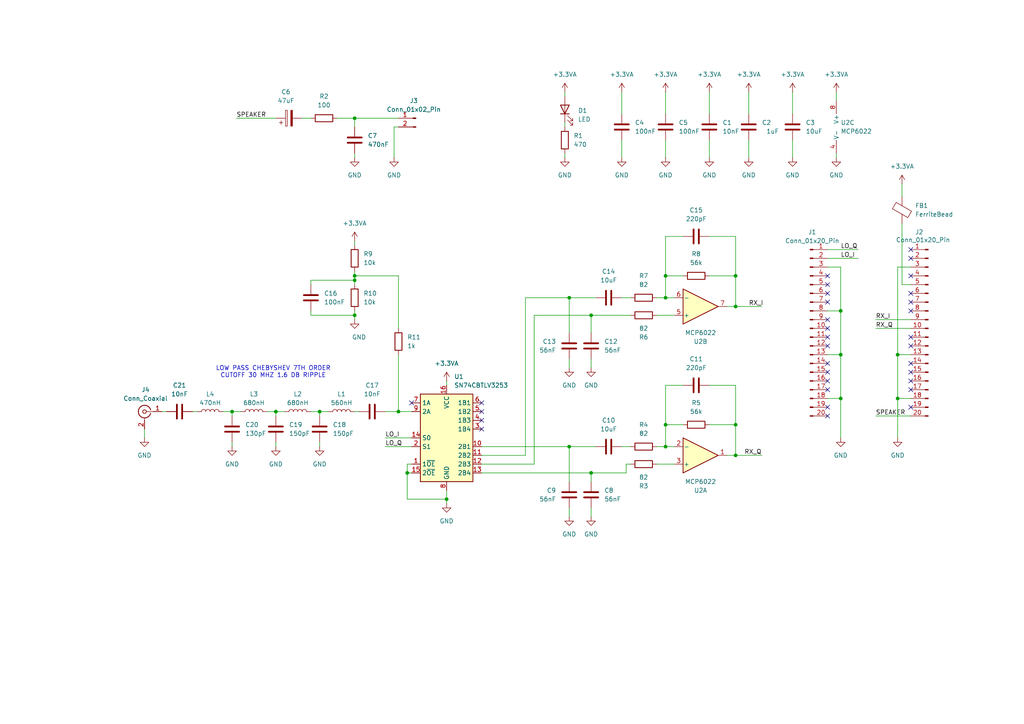
<source format=kicad_sch>
(kicad_sch (version 20231120) (generator "eeschema") (generator_version "8.0")
  (paper "A4")
  (lib_symbols
    (symbol "Amplifier_Operational:MCP6022" (pin_names (offset 0.127))
      (property "Reference" "U" (at 0 5.08 0))
      (property "Value" "MCP6022" (at 0 -5.08 0))
      (symbol "MCP6022_1_1"
        (polyline (pts (xy -5.08 5.08) (xy 5.08 0) (xy -5.08 -5.08) (xy -5.08 5.08)) (stroke (width 0.254)) (fill (type background)))
        (pin output line (at 7.62 0 180) (length 2.54) (name "~") (number "1"))
        (pin input line (at -7.62 -2.54 0) (length 2.54) (name "-") (number "2"))
        (pin input line (at -7.62 2.54 0) (length 2.54) (name "+") (number "3"))
      )
      (symbol "MCP6022_2_1"
        (polyline (pts (xy -5.08 5.08) (xy 5.08 0) (xy -5.08 -5.08) (xy -5.08 5.08)) (stroke (width 0.254)) (fill (type background)))
        (pin input line (at -7.62 2.54 0) (length 2.54) (name "+") (number "5"))
        (pin input line (at -7.62 -2.54 0) (length 2.54) (name "-") (number "6"))
        (pin output line (at 7.62 0 180) (length 2.54) (name "~") (number "7"))
      )
      (symbol "MCP6022_3_1"
        (pin power_in line (at -2.54 -7.62 90) (length 3.81) (name "V-") (number "4"))
        (pin power_in line (at -2.54 7.62 270) (length 3.81) (name "V+") (number "8"))
      )
    )
    (symbol "Analog_Switch:SN74CBT3253"
      (property "Reference" "U" (at -7.62 13.97 0))
      (property "Value" "SN74CBT3253" (at -11.43 -13.97 0))
      (symbol "SN74CBT3253_0_1"
        (rectangle (start -7.62 12.7) (end 7.62 -12.7) (stroke (width 0.254)) (fill (type background)))
        (rectangle (start 7.62 -12.7) (end 7.62 -12.7))
      )
      (symbol "SN74CBT3253_1_1"
        (pin input line (at -10.16 -7.62 0) (length 2.54) (name "1~{OE}") (number "1"))
        (pin bidirectional line (at 10.16 -2.54 180) (length 2.54) (name "2B1") (number "10"))
        (pin bidirectional line (at 10.16 -5.08 180) (length 2.54) (name "2B2") (number "11"))
        (pin bidirectional line (at 10.16 -7.62 180) (length 2.54) (name "2B3") (number "12"))
        (pin bidirectional line (at 10.16 -10.16 180) (length 2.54) (name "2B4") (number "13"))
        (pin input line (at -10.16 0 0) (length 2.54) (name "S0") (number "14"))
        (pin input line (at -10.16 -10.16 0) (length 2.54) (name "2~{OE}") (number "15"))
        (pin power_in line (at 0 15.24 270) (length 2.54) (name "VCC") (number "16"))
        (pin input line (at -10.16 -2.54 0) (length 2.54) (name "S1") (number "2"))
        (pin bidirectional line (at 10.16 2.54 180) (length 2.54) (name "1B4") (number "3"))
        (pin bidirectional line (at 10.16 5.08 180) (length 2.54) (name "1B3") (number "4"))
        (pin bidirectional line (at 10.16 7.62 180) (length 2.54) (name "1B2") (number "5"))
        (pin bidirectional line (at 10.16 10.16 180) (length 2.54) (name "1B1") (number "6"))
        (pin bidirectional line (at -10.16 10.16 0) (length 2.54) (name "1A") (number "7"))
        (pin power_in line (at 0 -15.24 90) (length 2.54) (name "GND") (number "8"))
        (pin bidirectional line (at -10.16 7.62 0) (length 2.54) (name "2A") (number "9"))
      )
    )
    (symbol "Connector:Conn_01x02_Pin" (pin_names (offset 1.016) hide)
      (property "Reference" "J" (at 0 2.54 0))
      (property "Value" "Conn_01x02_Pin" (at 0 -5.08 0))
      (symbol "Conn_01x02_Pin_1_1"
        (polyline (pts (xy 1.27 -2.54) (xy 0.8636 -2.54)) (stroke (width 0.1524)))
        (polyline (pts (xy 1.27 0) (xy 0.8636 0)) (stroke (width 0.1524)))
        (rectangle (start 0.8636 -2.413) (end 0 -2.667) (stroke (width 0.1524)) (fill (type outline)))
        (rectangle (start 0.8636 0.127) (end 0 -0.127) (stroke (width 0.1524)) (fill (type outline)))
        (pin passive line (at 5.08 0 180) (length 3.81) (name "Pin_1") (number "1"))
        (pin passive line (at 5.08 -2.54 180) (length 3.81) (name "Pin_2") (number "2"))
      )
    )
    (symbol "Connector:Conn_01x20_Pin" (pin_names (offset 1.016) hide)
      (property "Reference" "J" (at 0 25.4 0))
      (property "Value" "Conn_01x20_Pin" (at 0 -27.94 0))
      (symbol "Conn_01x20_Pin_1_1"
        (polyline (pts (xy 1.27 -25.4) (xy 0.8636 -25.4)) (stroke (width 0.1524)))
        (polyline (pts (xy 1.27 -22.86) (xy 0.8636 -22.86)) (stroke (width 0.1524)))
        (polyline (pts (xy 1.27 -20.32) (xy 0.8636 -20.32)) (stroke (width 0.1524)))
        (polyline (pts (xy 1.27 -17.78) (xy 0.8636 -17.78)) (stroke (width 0.1524)))
        (polyline (pts (xy 1.27 -15.24) (xy 0.8636 -15.24)) (stroke (width 0.1524)))
        (polyline (pts (xy 1.27 -12.7) (xy 0.8636 -12.7)) (stroke (width 0.1524)))
        (polyline (pts (xy 1.27 -10.16) (xy 0.8636 -10.16)) (stroke (width 0.1524)))
        (polyline (pts (xy 1.27 -7.62) (xy 0.8636 -7.62)) (stroke (width 0.1524)))
        (polyline (pts (xy 1.27 -5.08) (xy 0.8636 -5.08)) (stroke (width 0.1524)))
        (polyline (pts (xy 1.27 -2.54) (xy 0.8636 -2.54)) (stroke (width 0.1524)))
        (polyline (pts (xy 1.27 0) (xy 0.8636 0)) (stroke (width 0.1524)))
        (polyline (pts (xy 1.27 2.54) (xy 0.8636 2.54)) (stroke (width 0.1524)))
        (polyline (pts (xy 1.27 5.08) (xy 0.8636 5.08)) (stroke (width 0.1524)))
        (polyline (pts (xy 1.27 7.62) (xy 0.8636 7.62)) (stroke (width 0.1524)))
        (polyline (pts (xy 1.27 10.16) (xy 0.8636 10.16)) (stroke (width 0.1524)))
        (polyline (pts (xy 1.27 12.7) (xy 0.8636 12.7)) (stroke (width 0.1524)))
        (polyline (pts (xy 1.27 15.24) (xy 0.8636 15.24)) (stroke (width 0.1524)))
        (polyline (pts (xy 1.27 17.78) (xy 0.8636 17.78)) (stroke (width 0.1524)))
        (polyline (pts (xy 1.27 20.32) (xy 0.8636 20.32)) (stroke (width 0.1524)))
        (polyline (pts (xy 1.27 22.86) (xy 0.8636 22.86)) (stroke (width 0.1524)))
        (rectangle (start 0.8636 -25.273) (end 0 -25.527) (stroke (width 0.1524)) (fill (type outline)))
        (rectangle (start 0.8636 -22.733) (end 0 -22.987) (stroke (width 0.1524)) (fill (type outline)))
        (rectangle (start 0.8636 -20.193) (end 0 -20.447) (stroke (width 0.1524)) (fill (type outline)))
        (rectangle (start 0.8636 -17.653) (end 0 -17.907) (stroke (width 0.1524)) (fill (type outline)))
        (rectangle (start 0.8636 -15.113) (end 0 -15.367) (stroke (width 0.1524)) (fill (type outline)))
        (rectangle (start 0.8636 -12.573) (end 0 -12.827) (stroke (width 0.1524)) (fill (type outline)))
        (rectangle (start 0.8636 -10.033) (end 0 -10.287) (stroke (width 0.1524)) (fill (type outline)))
        (rectangle (start 0.8636 -7.493) (end 0 -7.747) (stroke (width 0.1524)) (fill (type outline)))
        (rectangle (start 0.8636 -4.953) (end 0 -5.207) (stroke (width 0.1524)) (fill (type outline)))
        (rectangle (start 0.8636 -2.413) (end 0 -2.667) (stroke (width 0.1524)) (fill (type outline)))
        (rectangle (start 0.8636 0.127) (end 0 -0.127) (stroke (width 0.1524)) (fill (type outline)))
        (rectangle (start 0.8636 2.667) (end 0 2.413) (stroke (width 0.1524)) (fill (type outline)))
        (rectangle (start 0.8636 5.207) (end 0 4.953) (stroke (width 0.1524)) (fill (type outline)))
        (rectangle (start 0.8636 7.747) (end 0 7.493) (stroke (width 0.1524)) (fill (type outline)))
        (rectangle (start 0.8636 10.287) (end 0 10.033) (stroke (width 0.1524)) (fill (type outline)))
        (rectangle (start 0.8636 12.827) (end 0 12.573) (stroke (width 0.1524)) (fill (type outline)))
        (rectangle (start 0.8636 15.367) (end 0 15.113) (stroke (width 0.1524)) (fill (type outline)))
        (rectangle (start 0.8636 17.907) (end 0 17.653) (stroke (width 0.1524)) (fill (type outline)))
        (rectangle (start 0.8636 20.447) (end 0 20.193) (stroke (width 0.1524)) (fill (type outline)))
        (rectangle (start 0.8636 22.987) (end 0 22.733) (stroke (width 0.1524)) (fill (type outline)))
        (pin passive line (at 5.08 22.86 180) (length 3.81) (name "Pin_1") (number "1"))
        (pin passive line (at 5.08 0 180) (length 3.81) (name "Pin_10") (number "10"))
        (pin passive line (at 5.08 -2.54 180) (length 3.81) (name "Pin_11") (number "11"))
        (pin passive line (at 5.08 -5.08 180) (length 3.81) (name "Pin_12") (number "12"))
        (pin passive line (at 5.08 -7.62 180) (length 3.81) (name "Pin_13") (number "13"))
        (pin passive line (at 5.08 -10.16 180) (length 3.81) (name "Pin_14") (number "14"))
        (pin passive line (at 5.08 -12.7 180) (length 3.81) (name "Pin_15") (number "15"))
        (pin passive line (at 5.08 -15.24 180) (length 3.81) (name "Pin_16") (number "16"))
        (pin passive line (at 5.08 -17.78 180) (length 3.81) (name "Pin_17") (number "17"))
        (pin passive line (at 5.08 -20.32 180) (length 3.81) (name "Pin_18") (number "18"))
        (pin passive line (at 5.08 -22.86 180) (length 3.81) (name "Pin_19") (number "19"))
        (pin passive line (at 5.08 20.32 180) (length 3.81) (name "Pin_2") (number "2"))
        (pin passive line (at 5.08 -25.4 180) (length 3.81) (name "Pin_20") (number "20"))
        (pin passive line (at 5.08 17.78 180) (length 3.81) (name "Pin_3") (number "3"))
        (pin passive line (at 5.08 15.24 180) (length 3.81) (name "Pin_4") (number "4"))
        (pin passive line (at 5.08 12.7 180) (length 3.81) (name "Pin_5") (number "5"))
        (pin passive line (at 5.08 10.16 180) (length 3.81) (name "Pin_6") (number "6"))
        (pin passive line (at 5.08 7.62 180) (length 3.81) (name "Pin_7") (number "7"))
        (pin passive line (at 5.08 5.08 180) (length 3.81) (name "Pin_8") (number "8"))
        (pin passive line (at 5.08 2.54 180) (length 3.81) (name "Pin_9") (number "9"))
      )
    )
    (symbol "Connector:Conn_Coaxial" (pin_names (offset 1.016) hide)
      (property "Reference" "J" (at 0.254 3.048 0))
      (property "Value" "Conn_Coaxial" (at 2.921 0 90))
      (symbol "Conn_Coaxial_0_1"
        (arc (start -1.778 -0.508) (mid 0.2311 -1.8066) (end 1.778 0) (stroke (width 0.254)))
        (polyline (pts (xy -2.54 0) (xy -0.508 0)))
        (polyline (pts (xy 0 -2.54) (xy 0 -1.778)))
        (circle (center 0 0) (radius 0.508) (stroke (width 0.2032)))
        (arc (start 1.778 0) (mid 0.2099 1.8101) (end -1.778 0.508) (stroke (width 0.254)))
      )
      (symbol "Conn_Coaxial_1_1"
        (pin passive line (at -5.08 0 0) (length 2.54) (name "In") (number "1"))
        (pin passive line (at 0 -5.08 90) (length 2.54) (name "Ext") (number "2"))
      )
    )
    (symbol "Device:C" (pin_numbers hide) (pin_names (offset 0.254))
      (property "Reference" "C" (at 0.635 2.54 0))
      (property "Value" "C" (at 0.635 -2.54 0))
      (symbol "C_0_1"
        (polyline (pts (xy -2.032 -0.762) (xy 2.032 -0.762)) (stroke (width 0.508)))
        (polyline (pts (xy -2.032 0.762) (xy 2.032 0.762)) (stroke (width 0.508)))
      )
      (symbol "C_1_1"
        (pin passive line (at 0 3.81 270) (length 2.794) (name "~") (number "1"))
        (pin passive line (at 0 -3.81 90) (length 2.794) (name "~") (number "2"))
      )
    )
    (symbol "Device:C_Polarized" (pin_numbers hide) (pin_names (offset 0.254))
      (property "Reference" "C" (at 0.635 2.54 0))
      (property "Value" "C_Polarized" (at 0.635 -2.54 0))
      (symbol "C_Polarized_0_1"
        (rectangle (start -2.286 0.508) (end 2.286 1.016))
        (polyline (pts (xy -1.778 2.286) (xy -0.762 2.286)))
        (polyline (pts (xy -1.27 2.794) (xy -1.27 1.778)))
        (rectangle (start 2.286 -0.508) (end -2.286 -1.016) (fill (type outline)))
      )
      (symbol "C_Polarized_1_1"
        (pin passive line (at 0 3.81 270) (length 2.794) (name "~") (number "1"))
        (pin passive line (at 0 -3.81 90) (length 2.794) (name "~") (number "2"))
      )
    )
    (symbol "Device:FerriteBead" (pin_numbers hide) (pin_names (offset 0))
      (property "Reference" "FB" (at -3.81 0.635 90))
      (property "Value" "FerriteBead" (at 3.81 0 90))
      (symbol "FerriteBead_0_1"
        (polyline (pts (xy 0 -1.27) (xy 0 -1.2192)))
        (polyline (pts (xy 0 1.27) (xy 0 1.2954)))
        (polyline (pts (xy -2.7686 0.4064) (xy -1.7018 2.2606) (xy 2.7686 -0.3048) (xy 1.6764 -2.159) (xy -2.7686 0.4064)))
      )
      (symbol "FerriteBead_1_1"
        (pin passive line (at 0 3.81 270) (length 2.54) (name "~") (number "1"))
        (pin passive line (at 0 -3.81 90) (length 2.54) (name "~") (number "2"))
      )
    )
    (symbol "Device:L" (pin_numbers hide) (pin_names (offset 1.016) hide)
      (property "Reference" "L" (at -1.27 0 90))
      (property "Value" "L" (at 1.905 0 90))
      (symbol "L_0_1"
        (arc (start 0 -2.54) (mid 0.6323 -1.905) (end 0 -1.27))
        (arc (start 0 -1.27) (mid 0.6323 -0.635) (end 0 0))
        (arc (start 0 0) (mid 0.6323 0.635) (end 0 1.27))
        (arc (start 0 1.27) (mid 0.6323 1.905) (end 0 2.54))
      )
      (symbol "L_1_1"
        (pin passive line (at 0 3.81 270) (length 1.27) (name "1") (number "1"))
        (pin passive line (at 0 -3.81 90) (length 1.27) (name "2") (number "2"))
      )
    )
    (symbol "Device:LED" (pin_numbers hide) (pin_names (offset 1.016) hide)
      (property "Reference" "D" (at 0 2.54 0))
      (property "Value" "LED" (at 0 -2.54 0))
      (symbol "LED_0_1"
        (polyline (pts (xy -1.27 -1.27) (xy -1.27 1.27)) (stroke (width 0.254)))
        (polyline (pts (xy -1.27 0) (xy 1.27 0)))
        (polyline (pts (xy 1.27 -1.27) (xy 1.27 1.27) (xy -1.27 0) (xy 1.27 -1.27)) (stroke (width 0.254)))
        (polyline (pts (xy -3.048 -0.762) (xy -4.572 -2.286) (xy -3.81 -2.286) (xy -4.572 -2.286) (xy -4.572 -1.524)))
        (polyline (pts (xy -1.778 -0.762) (xy -3.302 -2.286) (xy -2.54 -2.286) (xy -3.302 -2.286) (xy -3.302 -1.524)))
      )
      (symbol "LED_1_1"
        (pin passive line (at -3.81 0 0) (length 2.54) (name "K") (number "1"))
        (pin passive line (at 3.81 0 180) (length 2.54) (name "A") (number "2"))
      )
    )
    (symbol "Device:R" (pin_numbers hide) (pin_names (offset 0))
      (property "Reference" "R" (at 2.032 0 90))
      (property "Value" "R" (at 0 0 90))
      (symbol "R_0_1"
        (rectangle (start -1.016 -2.54) (end 1.016 2.54) (stroke (width 0.254)))
      )
      (symbol "R_1_1"
        (pin passive line (at 0 3.81 270) (length 1.27) (name "~") (number "1"))
        (pin passive line (at 0 -3.81 90) (length 1.27) (name "~") (number "2"))
      )
    )
    (symbol "power:+3.3VA" (power) (pin_numbers hide) (pin_names (offset 0) hide)
      (property "Value" "+3.3VA" (at 0 3.556 0))
      (symbol "+3.3VA_0_1"
        (polyline (pts (xy -0.762 1.27) (xy 0 2.54)))
        (polyline (pts (xy 0 0) (xy 0 2.54)))
        (polyline (pts (xy 0 2.54) (xy 0.762 1.27)))
      )
      (symbol "+3.3VA_1_1"
        (pin power_in line (at 0 0 90) (length 0) (name "~") (number "1"))
      )
    )
    (symbol "power:GND" (power) (pin_numbers hide) (pin_names (offset 0) hide)
      (property "Value" "GND" (at 0 -3.81 0))
      (symbol "GND_0_1"
        (polyline (pts (xy 0 0) (xy 0 -1.27) (xy 1.27 -1.27) (xy 0 -2.54) (xy -1.27 -1.27) (xy 0 -1.27)))
      )
      (symbol "GND_1_1"
        (pin power_in line (at 0 0 270) (length 0) (name "~") (number "1"))
      )
    )
  )
  (junction (at 171.45 137.16))
  (junction (at 92.71 119.38))
  (junction (at 165.1 129.54))
  (junction (at 213.36 132.08))
  (junction (at 67.31 119.38))
  (junction (at 193.04 86.36))
  (junction (at 102.87 91.44))
  (junction (at 193.04 129.54))
  (junction (at 129.54 144.78))
  (junction (at 243.84 115.57))
  (junction (at 243.84 90.17))
  (junction (at 193.04 80.01))
  (junction (at 118.11 137.16))
  (junction (at 102.87 34.29))
  (junction (at 260.35 115.57))
  (junction (at 193.04 123.19))
  (junction (at 80.01 119.38))
  (junction (at 260.35 102.87))
  (junction (at 213.36 123.19))
  (junction (at 115.57 119.38))
  (junction (at 165.1 86.36))
  (junction (at 213.36 80.01))
  (junction (at 102.87 80.01))
  (junction (at 213.36 88.9))
  (junction (at 102.87 81.28))
  (junction (at 171.45 91.44))
  (junction (at 243.84 102.87))
  (no_connect (at 240.03 82.55))
  (no_connect (at 264.16 85.09))
  (no_connect (at 240.03 120.65))
  (no_connect (at 264.16 110.49))
  (no_connect (at 264.16 90.17))
  (no_connect (at 139.7 119.38))
  (no_connect (at 240.03 110.49))
  (no_connect (at 240.03 95.25))
  (no_connect (at 240.03 100.33))
  (no_connect (at 240.03 97.79))
  (no_connect (at 240.03 85.09))
  (no_connect (at 240.03 87.63))
  (no_connect (at 240.03 80.01))
  (no_connect (at 139.7 121.92))
  (no_connect (at 139.7 116.84))
  (no_connect (at 119.38 116.84))
  (no_connect (at 264.16 107.95))
  (no_connect (at 240.03 105.41))
  (no_connect (at 264.16 87.63))
  (no_connect (at 264.16 72.39))
  (no_connect (at 264.16 105.41))
  (no_connect (at 240.03 92.71))
  (no_connect (at 240.03 118.11))
  (no_connect (at 240.03 107.95))
  (no_connect (at 264.16 80.01))
  (no_connect (at 264.16 74.93))
  (no_connect (at 264.16 113.03))
  (no_connect (at 139.7 124.46))
  (no_connect (at 264.16 97.79))
  (no_connect (at 264.16 118.11))
  (no_connect (at 240.03 113.03))
  (no_connect (at 264.16 100.33))
  (wire (pts (xy 213.36 111.76) (xy 213.36 123.19)))
  (wire (pts (xy 92.71 119.38) (xy 92.71 120.65)))
  (wire (pts (xy 181.61 137.16) (xy 171.45 137.16)))
  (wire (pts (xy 46.99 119.38) (xy 48.26 119.38)))
  (wire (pts (xy 80.01 119.38) (xy 80.01 120.65)))
  (wire (pts (xy 171.45 91.44) (xy 182.88 91.44)))
  (wire (pts (xy 165.1 86.36) (xy 152.4 86.36)))
  (wire (pts (xy 114.3 36.83) (xy 114.3 45.72)))
  (wire (pts (xy 102.87 78.74) (xy 102.87 80.01)))
  (wire (pts (xy 198.12 111.76) (xy 193.04 111.76)))
  (wire (pts (xy 213.36 88.9) (xy 220.98 88.9)))
  (wire (pts (xy 193.04 86.36) (xy 195.58 86.36)))
  (wire (pts (xy 240.03 90.17) (xy 243.84 90.17)))
  (wire (pts (xy 115.57 95.25) (xy 115.57 80.01)))
  (wire (pts (xy 254 95.25) (xy 264.16 95.25)))
  (wire (pts (xy 77.47 119.38) (xy 80.01 119.38)))
  (wire (pts (xy 260.35 102.87) (xy 264.16 102.87)))
  (wire (pts (xy 180.34 129.54) (xy 182.88 129.54)))
  (wire (pts (xy 111.76 119.38) (xy 115.57 119.38)))
  (wire (pts (xy 68.58 34.29) (xy 80.01 34.29)))
  (wire (pts (xy 41.91 124.46) (xy 41.91 127)))
  (wire (pts (xy 242.57 26.67) (xy 242.57 29.21)))
  (wire (pts (xy 193.04 129.54) (xy 195.58 129.54)))
  (wire (pts (xy 190.5 134.62) (xy 195.58 134.62)))
  (wire (pts (xy 102.87 119.38) (xy 104.14 119.38)))
  (wire (pts (xy 243.84 102.87) (xy 243.84 115.57)))
  (wire (pts (xy 102.87 90.17) (xy 102.87 91.44)))
  (wire (pts (xy 165.1 147.32) (xy 165.1 149.86)))
  (wire (pts (xy 240.03 74.93) (xy 248.92 74.93)))
  (wire (pts (xy 102.87 80.01) (xy 115.57 80.01)))
  (wire (pts (xy 97.79 34.29) (xy 102.87 34.29)))
  (wire (pts (xy 171.45 91.44) (xy 171.45 96.52)))
  (wire (pts (xy 243.84 90.17) (xy 243.84 102.87)))
  (wire (pts (xy 90.17 119.38) (xy 92.71 119.38)))
  (wire (pts (xy 205.74 68.58) (xy 213.36 68.58)))
  (wire (pts (xy 152.4 132.08) (xy 139.7 132.08)))
  (wire (pts (xy 193.04 80.01) (xy 193.04 86.36)))
  (wire (pts (xy 193.04 123.19) (xy 193.04 129.54)))
  (wire (pts (xy 260.35 115.57) (xy 264.16 115.57)))
  (wire (pts (xy 229.87 26.67) (xy 229.87 33.02)))
  (wire (pts (xy 193.04 68.58) (xy 193.04 80.01)))
  (wire (pts (xy 115.57 102.87) (xy 115.57 119.38)))
  (wire (pts (xy 205.74 123.19) (xy 213.36 123.19)))
  (wire (pts (xy 165.1 104.14) (xy 165.1 106.68)))
  (wire (pts (xy 243.84 77.47) (xy 243.84 90.17)))
  (wire (pts (xy 92.71 119.38) (xy 95.25 119.38)))
  (wire (pts (xy 210.82 132.08) (xy 213.36 132.08)))
  (wire (pts (xy 92.71 128.27) (xy 92.71 129.54)))
  (wire (pts (xy 217.17 26.67) (xy 217.17 33.02)))
  (wire (pts (xy 165.1 86.36) (xy 165.1 96.52)))
  (wire (pts (xy 172.72 86.36) (xy 165.1 86.36)))
  (wire (pts (xy 87.63 34.29) (xy 90.17 34.29)))
  (wire (pts (xy 190.5 91.44) (xy 195.58 91.44)))
  (wire (pts (xy 171.45 137.16) (xy 171.45 139.7)))
  (wire (pts (xy 240.03 77.47) (xy 243.84 77.47)))
  (wire (pts (xy 165.1 129.54) (xy 165.1 139.7)))
  (wire (pts (xy 90.17 81.28) (xy 102.87 81.28)))
  (wire (pts (xy 261.62 53.34) (xy 261.62 57.15)))
  (wire (pts (xy 163.83 44.45) (xy 163.83 45.72)))
  (wire (pts (xy 210.82 88.9) (xy 213.36 88.9)))
  (wire (pts (xy 154.94 91.44) (xy 171.45 91.44)))
  (wire (pts (xy 180.34 26.67) (xy 180.34 33.02)))
  (wire (pts (xy 205.74 40.64) (xy 205.74 45.72)))
  (wire (pts (xy 90.17 82.55) (xy 90.17 81.28)))
  (wire (pts (xy 171.45 147.32) (xy 171.45 149.86)))
  (wire (pts (xy 260.35 127) (xy 260.35 115.57)))
  (wire (pts (xy 102.87 69.85) (xy 102.87 71.12)))
  (wire (pts (xy 242.57 44.45) (xy 242.57 45.72)))
  (wire (pts (xy 55.88 119.38) (xy 57.15 119.38)))
  (wire (pts (xy 198.12 80.01) (xy 193.04 80.01)))
  (wire (pts (xy 115.57 119.38) (xy 119.38 119.38)))
  (wire (pts (xy 129.54 110.49) (xy 129.54 111.76)))
  (wire (pts (xy 243.84 115.57) (xy 240.03 115.57)))
  (wire (pts (xy 217.17 40.64) (xy 217.17 45.72)))
  (wire (pts (xy 261.62 64.77) (xy 261.62 82.55)))
  (wire (pts (xy 102.87 81.28) (xy 102.87 82.55)))
  (wire (pts (xy 102.87 44.45) (xy 102.87 45.72)))
  (wire (pts (xy 165.1 129.54) (xy 172.72 129.54)))
  (wire (pts (xy 240.03 102.87) (xy 243.84 102.87)))
  (wire (pts (xy 80.01 128.27) (xy 80.01 129.54)))
  (wire (pts (xy 229.87 40.64) (xy 229.87 45.72)))
  (wire (pts (xy 118.11 137.16) (xy 118.11 144.78)))
  (wire (pts (xy 90.17 91.44) (xy 102.87 91.44)))
  (wire (pts (xy 102.87 34.29) (xy 115.57 34.29)))
  (wire (pts (xy 181.61 134.62) (xy 182.88 134.62)))
  (wire (pts (xy 198.12 68.58) (xy 193.04 68.58)))
  (wire (pts (xy 115.57 36.83) (xy 114.3 36.83)))
  (wire (pts (xy 264.16 82.55) (xy 261.62 82.55)))
  (wire (pts (xy 260.35 77.47) (xy 260.35 102.87)))
  (wire (pts (xy 260.35 102.87) (xy 260.35 115.57)))
  (wire (pts (xy 163.83 26.67) (xy 163.83 27.94)))
  (wire (pts (xy 190.5 129.54) (xy 193.04 129.54)))
  (wire (pts (xy 129.54 142.24) (xy 129.54 144.78)))
  (wire (pts (xy 180.34 86.36) (xy 182.88 86.36)))
  (wire (pts (xy 198.12 123.19) (xy 193.04 123.19)))
  (wire (pts (xy 205.74 111.76) (xy 213.36 111.76)))
  (wire (pts (xy 213.36 68.58) (xy 213.36 80.01)))
  (wire (pts (xy 193.04 26.67) (xy 193.04 33.02)))
  (wire (pts (xy 80.01 119.38) (xy 82.55 119.38)))
  (wire (pts (xy 213.36 132.08) (xy 220.98 132.08)))
  (wire (pts (xy 111.76 129.54) (xy 119.38 129.54)))
  (wire (pts (xy 90.17 90.17) (xy 90.17 91.44)))
  (wire (pts (xy 102.87 91.44) (xy 102.87 92.71)))
  (wire (pts (xy 181.61 134.62) (xy 181.61 137.16)))
  (wire (pts (xy 111.76 127) (xy 119.38 127)))
  (wire (pts (xy 254 120.65) (xy 264.16 120.65)))
  (wire (pts (xy 180.34 40.64) (xy 180.34 45.72)))
  (wire (pts (xy 67.31 119.38) (xy 69.85 119.38)))
  (wire (pts (xy 171.45 104.14) (xy 171.45 106.68)))
  (wire (pts (xy 119.38 134.62) (xy 118.11 134.62)))
  (wire (pts (xy 254 92.71) (xy 264.16 92.71)))
  (wire (pts (xy 64.77 119.38) (xy 67.31 119.38)))
  (wire (pts (xy 243.84 127) (xy 243.84 115.57)))
  (wire (pts (xy 190.5 86.36) (xy 193.04 86.36)))
  (wire (pts (xy 102.87 34.29) (xy 102.87 36.83)))
  (wire (pts (xy 213.36 80.01) (xy 213.36 88.9)))
  (wire (pts (xy 205.74 26.67) (xy 205.74 33.02)))
  (wire (pts (xy 139.7 129.54) (xy 165.1 129.54)))
  (wire (pts (xy 193.04 111.76) (xy 193.04 123.19)))
  (wire (pts (xy 240.03 72.39) (xy 248.92 72.39)))
  (wire (pts (xy 213.36 123.19) (xy 213.36 132.08)))
  (wire (pts (xy 102.87 80.01) (xy 102.87 81.28)))
  (wire (pts (xy 205.74 80.01) (xy 213.36 80.01)))
  (wire (pts (xy 67.31 128.27) (xy 67.31 129.54)))
  (wire (pts (xy 129.54 144.78) (xy 129.54 146.05)))
  (wire (pts (xy 67.31 119.38) (xy 67.31 120.65)))
  (wire (pts (xy 118.11 144.78) (xy 129.54 144.78)))
  (wire (pts (xy 154.94 134.62) (xy 154.94 91.44)))
  (wire (pts (xy 163.83 35.56) (xy 163.83 36.83)))
  (wire (pts (xy 171.45 137.16) (xy 139.7 137.16)))
  (wire (pts (xy 139.7 134.62) (xy 154.94 134.62)))
  (wire (pts (xy 260.35 77.47) (xy 264.16 77.47)))
  (wire (pts (xy 119.38 137.16) (xy 118.11 137.16)))
  (wire (pts (xy 193.04 40.64) (xy 193.04 45.72)))
  (wire (pts (xy 118.11 134.62) (xy 118.11 137.16)))
  (wire (pts (xy 152.4 86.36) (xy 152.4 132.08)))
  (text "LOW PASS CHEBYSHEV 7TH ORDER\nCUTOFF 30 MHZ 1.6 DB RIPPLE" (at 79.248 107.95 0) (effects (font (size 1.27 1.27))))
  (label "SPEAKER" (at 68.58 34.29 0))
  (label "RX_I" (at 217.17 88.9 0))
  (label "LO_Q" (at 243.84 72.39 0))
  (label "SPEAKER" (at 254 120.65 0))
  (label "RX_Q" (at 254 95.25 0))
  (label "LO_Q" (at 111.76 129.54 0))
  (label "LO_I" (at 243.84 74.93 0))
  (label "RX_I" (at 254 92.71 0))
  (label "RX_Q" (at 215.9 132.08 0))
  (label "LO_I" (at 111.76 127 0))
  (symbol (lib_id "Device:C") (at 171.45 100.33 0) (unit 1)
    (property "Reference" "C12" (at 175.26 99.0599 0) (effects (justify left)))
    (property "Value" "56nF" (at 175.26 101.5999 0) (effects (justify left)))
    (property "Footprint" "Capacitor_SMD:C_0603_1608Metric_Pad1.08x0.95mm_HandSolder" (effects (hide yes)))
    (property "Description" "Unpolarized capacitor" (effects (hide yes)))
  )
  (symbol (lib_id "Connector:Conn_01x20_Pin") (at 269.24 95.25 0) (mirror y) (unit 1)
    (property "Reference" "J2" (at 265.43 67.31 0) (effects (justify right)))
    (property "Value" "Conn_01x20_Pin" (at 259.842 69.596 0) (effects (justify right)))
    (property "Footprint" "Connector_PinHeader_2.54mm:PinHeader_1x20_P2.54mm_Vertical" (effects (hide yes)))
    (property "Description" "Generic connector, single row, 01x20, script generated" (effects (hide yes)))
  )
  (symbol (lib_id "Device:R") (at 102.87 86.36 180) (unit 1)
    (property "Reference" "R10" (at 105.41 85.0899 0) (effects (justify right)))
    (property "Value" "10k" (at 105.41 87.6299 0) (effects (justify right)))
    (property "Footprint" "Resistor_SMD:R_0603_1608Metric_Pad0.98x0.95mm_HandSolder" (effects (hide yes)))
    (property "Description" "Resistor" (effects (hide yes)))
  )
  (symbol (lib_id "Device:C") (at 165.1 100.33 0) (mirror y) (unit 1)
    (property "Reference" "C13" (at 161.29 99.0599 0) (effects (justify left)))
    (property "Value" "56nF" (at 161.29 101.5999 0) (effects (justify left)))
    (property "Footprint" "Capacitor_SMD:C_0603_1608Metric_Pad1.08x0.95mm_HandSolder" (effects (hide yes)))
    (property "Description" "Unpolarized capacitor" (effects (hide yes)))
  )
  (symbol (lib_id "power:+3.3VA") (at 242.57 26.67 0) (unit 1)
    (property "Reference" "#PWR027" (effects (hide yes)))
    (property "Value" "+3.3VA" (at 242.57 21.59 0))
    (property "Description" "Power symbol creates a global label with name \"+3.3VA\"" (effects (hide yes)))
  )
  (symbol (lib_id "Device:R") (at 186.69 91.44 90) (unit 1)
    (property "Reference" "R6" (at 186.69 97.79 90))
    (property "Value" "82" (at 186.69 95.25 90))
    (property "Footprint" "Resistor_SMD:R_0603_1608Metric_Pad0.98x0.95mm_HandSolder" (effects (hide yes)))
    (property "Description" "Resistor" (effects (hide yes)))
  )
  (symbol (lib_id "Device:R") (at 186.69 134.62 90) (mirror x) (unit 1)
    (property "Reference" "R3" (at 186.69 140.97 90))
    (property "Value" "82" (at 186.69 138.43 90))
    (property "Footprint" "Resistor_SMD:R_0603_1608Metric_Pad0.98x0.95mm_HandSolder" (effects (hide yes)))
    (property "Description" "Resistor" (effects (hide yes)))
  )
  (symbol (lib_id "Device:R") (at 186.69 129.54 90) (unit 1)
    (property "Reference" "R4" (at 186.69 123.19 90))
    (property "Value" "82" (at 186.69 125.73 90))
    (property "Footprint" "Resistor_SMD:R_0603_1608Metric_Pad0.98x0.95mm_HandSolder" (effects (hide yes)))
    (property "Description" "Resistor" (effects (hide yes)))
  )
  (symbol (lib_id "Connector:Conn_Coaxial") (at 41.91 119.38 0) (mirror y) (unit 1)
    (property "Reference" "J4" (at 42.2274 113.03 0))
    (property "Value" "Conn_Coaxial" (at 42.2274 115.57 0))
    (property "Footprint" "Connector_Coaxial:SMA_Samtec_SMA-J-P-H-ST-EM1_EdgeMount" (effects (hide yes)))
    (property "Description" "coaxial connector (BNC, SMA, SMB, SMC, Cinch/RCA, LEMO, ...)" (effects (hide yes)))
  )
  (symbol (lib_id "power:GND") (at 129.54 146.05 0) (unit 1)
    (property "Reference" "#PWR06" (effects (hide yes)))
    (property "Value" "GND" (at 129.54 151.13 0))
    (property "Description" "Power symbol creates a global label with name \"GND\" , ground" (effects (hide yes)))
  )
  (symbol (lib_id "power:GND") (at 171.45 106.68 0) (unit 1)
    (property "Reference" "#PWR025" (effects (hide yes)))
    (property "Value" "GND" (at 171.45 111.76 0))
    (property "Description" "Power symbol creates a global label with name \"GND\" , ground" (effects (hide yes)))
  )
  (symbol (lib_id "power:+3.3VA") (at 180.34 26.67 0) (unit 1)
    (property "Reference" "#PWR07" (effects (hide yes)))
    (property "Value" "+3.3VA" (at 180.34 21.59 0))
    (property "Description" "Power symbol creates a global label with name \"+3.3VA\"" (effects (hide yes)))
  )
  (symbol (lib_id "power:+3.3VA") (at 217.17 26.67 0) (unit 1)
    (property "Reference" "#PWR017" (effects (hide yes)))
    (property "Value" "+3.3VA" (at 217.17 21.59 0))
    (property "Description" "Power symbol creates a global label with name \"+3.3VA\"" (effects (hide yes)))
  )
  (symbol (lib_id "power:GND") (at 67.31 129.54 0) (unit 1)
    (property "Reference" "#PWR02" (effects (hide yes)))
    (property "Value" "GND" (at 67.31 134.62 0))
    (property "Description" "Power symbol creates a global label with name \"GND\" , ground" (effects (hide yes)))
  )
  (symbol (lib_id "power:GND") (at 205.74 45.72 0) (unit 1)
    (property "Reference" "#PWR016" (effects (hide yes)))
    (property "Value" "GND" (at 205.74 50.8 0))
    (property "Description" "Power symbol creates a global label with name \"GND\" , ground" (effects (hide yes)))
  )
  (symbol (lib_id "Device:FerriteBead") (at 261.62 60.96 0) (unit 1)
    (property "Reference" "FB1" (at 265.43 59.6391 0) (effects (justify left)))
    (property "Value" "FerriteBead" (at 265.43 62.1791 0) (effects (justify left)))
    (property "Footprint" "Inductor_SMD:L_0603_1608Metric_Pad1.05x0.95mm_HandSolder" (effects (hide yes)))
    (property "Description" "Ferrite bead" (effects (hide yes)))
  )
  (symbol (lib_id "Device:C") (at 171.45 143.51 0) (unit 1)
    (property "Reference" "C8" (at 175.26 142.2399 0) (effects (justify left)))
    (property "Value" "56nF" (at 175.26 144.7799 0) (effects (justify left)))
    (property "Footprint" "Capacitor_SMD:C_0603_1608Metric_Pad1.08x0.95mm_HandSolder" (effects (hide yes)))
    (property "Description" "Unpolarized capacitor" (effects (hide yes)))
  )
  (symbol (lib_id "Device:C") (at 229.87 36.83 0) (unit 1)
    (property "Reference" "C3" (at 233.68 35.5599 0) (effects (justify left)))
    (property "Value" "10uF" (at 233.68 38.0999 0) (effects (justify left)))
    (property "Footprint" "Capacitor_SMD:C_1206_3216Metric_Pad1.33x1.80mm_HandSolder" (effects (hide yes)))
    (property "Description" "Unpolarized capacitor" (effects (hide yes)))
  )
  (symbol (lib_id "power:GND") (at 165.1 149.86 0) (unit 1)
    (property "Reference" "#PWR09" (effects (hide yes)))
    (property "Value" "GND" (at 165.1 154.94 0))
    (property "Description" "Power symbol creates a global label with name \"GND\" , ground" (effects (hide yes)))
  )
  (symbol (lib_id "power:GND") (at 114.3 45.72 0) (unit 1)
    (property "Reference" "#PWR028" (effects (hide yes)))
    (property "Value" "GND" (at 114.3 50.8 0))
    (property "Description" "Power symbol creates a global label with name \"GND\" , ground" (effects (hide yes)))
  )
  (symbol (lib_id "power:GND") (at 165.1 106.68 0) (unit 1)
    (property "Reference" "#PWR024" (effects (hide yes)))
    (property "Value" "GND" (at 165.1 111.76 0))
    (property "Description" "Power symbol creates a global label with name \"GND\" , ground" (effects (hide yes)))
  )
  (symbol (lib_id "power:GND") (at 229.87 45.72 0) (unit 1)
    (property "Reference" "#PWR020" (effects (hide yes)))
    (property "Value" "GND" (at 229.87 50.8 0))
    (property "Description" "Power symbol creates a global label with name \"GND\" , ground" (effects (hide yes)))
  )
  (symbol (lib_id "power:GND") (at 242.57 45.72 0) (unit 1)
    (property "Reference" "#PWR026" (effects (hide yes)))
    (property "Value" "GND" (at 242.57 50.8 0))
    (property "Description" "Power symbol creates a global label with name \"GND\" , ground" (effects (hide yes)))
  )
  (symbol (lib_id "Device:R") (at 102.87 74.93 180) (unit 1)
    (property "Reference" "R9" (at 105.41 73.6599 0) (effects (justify right)))
    (property "Value" "10k" (at 105.41 76.1999 0) (effects (justify right)))
    (property "Footprint" "Resistor_SMD:R_0603_1608Metric_Pad0.98x0.95mm_HandSolder" (effects (hide yes)))
    (property "Description" "Resistor" (effects (hide yes)))
  )
  (symbol (lib_id "Device:C") (at 52.07 119.38 90) (mirror x) (unit 1)
    (property "Reference" "C21" (at 52.07 111.76 90))
    (property "Value" "10nF" (at 52.07 114.3 90))
    (property "Footprint" "Capacitor_SMD:C_0805_2012Metric_Pad1.18x1.45mm_HandSolder" (effects (hide yes)))
    (property "Description" "Unpolarized capacitor" (effects (hide yes)))
  )
  (symbol (lib_id "Analog_Switch:SN74CBT3253") (at 129.54 127 0) (unit 1)
    (property "Reference" "U1" (at 131.7341 109.22 0) (effects (justify left)))
    (property "Value" "SN74CBTLV3253" (at 131.7341 111.76 0) (effects (justify left)))
    (property "Footprint" "Package_SO:SOIC-16_3.9x9.9mm_P1.27mm" (effects (hide yes)))
    (property "Datasheet" "http://www.ti.com/lit/gpn/sn74cbt3253" (effects (hide yes)))
    (property "Description" "Dual 1 to 4 Analog Multiplexer" (effects (hide yes)))
  )
  (symbol (lib_id "power:GND") (at 41.91 127 0) (unit 1)
    (property "Reference" "#PWR01" (effects (hide yes)))
    (property "Value" "GND" (at 41.91 132.08 0))
    (property "Description" "Power symbol creates a global label with name \"GND\" , ground" (effects (hide yes)))
  )
  (symbol (lib_id "power:+3.3VA") (at 229.87 26.67 0) (unit 1)
    (property "Reference" "#PWR019" (effects (hide yes)))
    (property "Value" "+3.3VA" (at 229.87 21.59 0))
    (property "Description" "Power symbol creates a global label with name \"+3.3VA\"" (effects (hide yes)))
  )
  (symbol (lib_id "power:+3.3VA") (at 163.83 26.67 0) (unit 1)
    (property "Reference" "#PWR030" (effects (hide yes)))
    (property "Value" "+3.3VA" (at 163.83 21.59 0))
    (property "Description" "Power symbol creates a global label with name \"+3.3VA\"" (effects (hide yes)))
  )
  (symbol (lib_id "Device:LED") (at 163.83 31.75 90) (unit 1)
    (property "Reference" "D1" (at 167.64 32.0674 90) (effects (justify right)))
    (property "Value" "LED" (at 167.64 34.6074 90) (effects (justify right)))
    (property "Footprint" "LED_SMD:LED_0805_2012Metric_Pad1.15x1.40mm_HandSolder" (effects (hide yes)))
    (property "Description" "Light emitting diode" (effects (hide yes)))
  )
  (symbol (lib_id "Device:C") (at 201.93 68.58 90) (unit 1)
    (property "Reference" "C15" (at 201.93 60.96 90))
    (property "Value" "220pF" (at 201.93 63.5 90))
    (property "Footprint" "Capacitor_SMD:C_0603_1608Metric_Pad1.08x0.95mm_HandSolder" (effects (hide yes)))
    (property "Description" "Unpolarized capacitor" (effects (hide yes)))
  )
  (symbol (lib_id "Amplifier_Operational:MCP6022") (at 203.2 88.9 0) (mirror x) (unit 2)
    (property "Reference" "U2" (at 203.2 99.06 0))
    (property "Value" "MCP6022" (at 203.2 96.52 0))
    (property "Footprint" "Package_SO:SOIC-8_3.9x4.9mm_P1.27mm" (effects (hide yes)))
    (property "Datasheet" "http://ww1.microchip.com/downloads/en/devicedoc/20001685e.pdf" (effects (hide yes)))
    (property "Description" "Dual Operational Amplifiers, Rail-to-Rail Input/Output, DIP-8/SOIC-8/TSSOP-8" (effects (hide yes)))
  )
  (symbol (lib_id "Device:C") (at 176.53 86.36 90) (unit 1)
    (property "Reference" "C14" (at 176.53 78.74 90))
    (property "Value" "10uF" (at 176.53 81.28 90))
    (property "Footprint" "Capacitor_SMD:C_0805_2012Metric_Pad1.18x1.45mm_HandSolder" (effects (hide yes)))
    (property "Description" "Unpolarized capacitor" (effects (hide yes)))
  )
  (symbol (lib_id "Device:R") (at 201.93 80.01 90) (unit 1)
    (property "Reference" "R8" (at 201.93 73.66 90))
    (property "Value" "56k" (at 201.93 76.2 90))
    (property "Footprint" "Resistor_SMD:R_0603_1608Metric_Pad0.98x0.95mm_HandSolder" (effects (hide yes)))
    (property "Description" "Resistor" (effects (hide yes)))
  )
  (symbol (lib_id "power:GND") (at 102.87 92.71 0) (unit 1)
    (property "Reference" "#PWR021" (effects (hide yes)))
    (property "Value" "GND" (at 104.14 97.79 0))
    (property "Description" "Power symbol creates a global label with name \"GND\" , ground" (effects (hide yes)))
  )
  (symbol (lib_id "Device:C") (at 193.04 36.83 0) (unit 1)
    (property "Reference" "C5" (at 196.85 35.5599 0) (effects (justify left)))
    (property "Value" "100nF" (at 196.85 38.0999 0) (effects (justify left)))
    (property "Footprint" "Capacitor_SMD:C_0603_1608Metric_Pad1.08x0.95mm_HandSolder" (effects (hide yes)))
    (property "Description" "Unpolarized capacitor" (effects (hide yes)))
  )
  (symbol (lib_id "power:+3.3VA") (at 193.04 26.67 0) (unit 1)
    (property "Reference" "#PWR011" (effects (hide yes)))
    (property "Value" "+3.3VA" (at 193.04 21.59 0))
    (property "Description" "Power symbol creates a global label with name \"+3.3VA\"" (effects (hide yes)))
  )
  (symbol (lib_id "power:+3.3VA") (at 261.62 53.34 0) (unit 1)
    (property "Reference" "#PWR05" (effects (hide yes)))
    (property "Value" "+3.3VA" (at 261.62 48.26 0))
    (property "Description" "Power symbol creates a global label with name \"+3.3VA\"" (effects (hide yes)))
  )
  (symbol (lib_id "Device:R") (at 93.98 34.29 90) (unit 1)
    (property "Reference" "R2" (at 93.98 27.94 90))
    (property "Value" "100" (at 93.98 30.48 90))
    (property "Footprint" "Resistor_SMD:R_0603_1608Metric_Pad0.98x0.95mm_HandSolder" (effects (hide yes)))
    (property "Description" "Resistor" (effects (hide yes)))
  )
  (symbol (lib_id "Connector:Conn_01x20_Pin") (at 234.95 95.25 0) (unit 1)
    (property "Reference" "J1" (at 235.585 67.31 0))
    (property "Value" "Conn_01x20_Pin" (at 235.585 69.85 0))
    (property "Footprint" "Connector_PinHeader_2.54mm:PinHeader_1x20_P2.54mm_Vertical" (effects (hide yes)))
    (property "Description" "Generic connector, single row, 01x20, script generated" (effects (hide yes)))
  )
  (symbol (lib_id "power:+3.3VA") (at 129.54 110.49 0) (unit 1)
    (property "Reference" "#PWR022" (effects (hide yes)))
    (property "Value" "+3.3VA" (at 129.54 105.41 0))
    (property "Description" "Power symbol creates a global label with name \"+3.3VA\"" (effects (hide yes)))
  )
  (symbol (lib_id "Device:C") (at 217.17 36.83 0) (unit 1)
    (property "Reference" "C2" (at 220.98 35.5599 0) (effects (justify left)))
    (property "Value" "1uF" (at 222.25 38.0999 0) (effects (justify left)))
    (property "Footprint" "Capacitor_SMD:C_0805_2012Metric_Pad1.18x1.45mm_HandSolder" (effects (hide yes)))
    (property "Description" "Unpolarized capacitor" (effects (hide yes)))
  )
  (symbol (lib_id "Connector:Conn_01x02_Pin") (at 120.65 34.29 0) (mirror y) (unit 1)
    (property "Reference" "J3" (at 120.015 29.21 0))
    (property "Value" "Conn_01x02_Pin" (at 120.015 31.75 0))
    (property "Footprint" "Connector_PinHeader_2.54mm:PinHeader_1x02_P2.54mm_Vertical" (effects (hide yes)))
    (property "Description" "Generic connector, single row, 01x02, script generated" (effects (hide yes)))
  )
  (symbol (lib_id "Device:C") (at 165.1 143.51 0) (unit 1)
    (property "Reference" "C9" (at 161.29 142.2399 0) (effects (justify right)))
    (property "Value" "56nF" (at 161.29 144.7799 0) (effects (justify right)))
    (property "Footprint" "Capacitor_SMD:C_0603_1608Metric_Pad1.08x0.95mm_HandSolder" (effects (hide yes)))
    (property "Description" "Unpolarized capacitor" (effects (hide yes)))
  )
  (symbol (lib_id "Amplifier_Operational:MCP6022") (at 245.11 36.83 0) (unit 3)
    (property "Reference" "U2" (at 243.84 35.5599 0) (effects (justify left)))
    (property "Value" "MCP6022" (at 243.84 38.0999 0) (effects (justify left)))
    (property "Footprint" "Package_SO:SOIC-8_3.9x4.9mm_P1.27mm" (effects (hide yes)))
    (property "Datasheet" "http://ww1.microchip.com/downloads/en/devicedoc/20001685e.pdf" (effects (hide yes)))
    (property "Description" "Dual Operational Amplifiers, Rail-to-Rail Input/Output, DIP-8/SOIC-8/TSSOP-8" (effects (hide yes)))
  )
  (symbol (lib_id "power:+3.3VA") (at 102.87 69.85 0) (unit 1)
    (property "Reference" "#PWR023" (effects (hide yes)))
    (property "Value" "+3.3VA" (at 102.87 64.77 0))
    (property "Description" "Power symbol creates a global label with name \"+3.3VA\"" (effects (hide yes)))
  )
  (symbol (lib_id "power:+3.3VA") (at 205.74 26.67 0) (unit 1)
    (property "Reference" "#PWR014" (effects (hide yes)))
    (property "Value" "+3.3VA" (at 205.74 21.59 0))
    (property "Description" "Power symbol creates a global label with name \"+3.3VA\"" (effects (hide yes)))
  )
  (symbol (lib_id "Device:C") (at 90.17 86.36 0) (unit 1)
    (property "Reference" "C16" (at 93.98 85.0899 0) (effects (justify left)))
    (property "Value" "100nF" (at 93.98 87.6299 0) (effects (justify left)))
    (property "Footprint" "Capacitor_SMD:C_0603_1608Metric_Pad1.08x0.95mm_HandSolder" (effects (hide yes)))
    (property "Description" "Unpolarized capacitor" (effects (hide yes)))
  )
  (symbol (lib_id "Device:C") (at 80.01 124.46 0) (unit 1)
    (property "Reference" "C19" (at 83.82 123.1899 0) (effects (justify left)))
    (property "Value" "150pF" (at 83.82 125.7299 0) (effects (justify left)))
    (property "Footprint" "Capacitor_SMD:C_0805_2012Metric_Pad1.18x1.45mm_HandSolder" (effects (hide yes)))
    (property "Description" "Unpolarized capacitor" (effects (hide yes)))
  )
  (symbol (lib_id "Device:L") (at 99.06 119.38 90) (unit 1)
    (property "Reference" "L1" (at 99.06 114.3 90))
    (property "Value" "560nH" (at 99.06 116.84 90))
    (property "Footprint" "Inductor_SMD:L_1008_2520Metric_Pad1.43x2.20mm_HandSolder" (effects (hide yes)))
    (property "Description" "Inductor" (effects (hide yes)))
  )
  (symbol (lib_id "power:GND") (at 217.17 45.72 0) (unit 1)
    (property "Reference" "#PWR018" (effects (hide yes)))
    (property "Value" "GND" (at 217.17 50.8 0))
    (property "Description" "Power symbol creates a global label with name \"GND\" , ground" (effects (hide yes)))
  )
  (symbol (lib_id "Device:C") (at 92.71 124.46 0) (unit 1)
    (property "Reference" "C18" (at 96.52 123.1899 0) (effects (justify left)))
    (property "Value" "150pF" (at 96.52 125.7299 0) (effects (justify left)))
    (property "Footprint" "Capacitor_SMD:C_0805_2012Metric_Pad1.18x1.45mm_HandSolder" (effects (hide yes)))
    (property "Description" "Unpolarized capacitor" (effects (hide yes)))
  )
  (symbol (lib_id "Device:L") (at 73.66 119.38 90) (unit 1)
    (property "Reference" "L3" (at 73.66 114.3 90))
    (property "Value" "680nH" (at 73.66 116.84 90))
    (property "Footprint" "Inductor_SMD:L_1008_2520Metric_Pad1.43x2.20mm_HandSolder" (effects (hide yes)))
    (property "Description" "Inductor" (effects (hide yes)))
  )
  (symbol (lib_id "power:GND") (at 243.84 127 0) (unit 1)
    (property "Reference" "#PWR013" (effects (hide yes)))
    (property "Value" "GND" (at 243.84 132.08 0))
    (property "Description" "Power symbol creates a global label with name \"GND\" , ground" (effects (hide yes)))
  )
  (symbol (lib_id "Device:C") (at 102.87 40.64 180) (unit 1)
    (property "Reference" "C7" (at 106.68 39.3699 0) (effects (justify right)))
    (property "Value" "470nF" (at 106.68 41.9099 0) (effects (justify right)))
    (property "Footprint" "Capacitor_SMD:C_0805_2012Metric_Pad1.18x1.45mm_HandSolder" (effects (hide yes)))
    (property "Description" "Unpolarized capacitor" (effects (hide yes)))
  )
  (symbol (lib_id "power:GND") (at 260.35 127 0) (unit 1)
    (property "Reference" "#PWR015" (effects (hide yes)))
    (property "Value" "GND" (at 260.35 132.08 0))
    (property "Description" "Power symbol creates a global label with name \"GND\" , ground" (effects (hide yes)))
  )
  (symbol (lib_id "power:GND") (at 193.04 45.72 0) (unit 1)
    (property "Reference" "#PWR012" (effects (hide yes)))
    (property "Value" "GND" (at 193.04 50.8 0))
    (property "Description" "Power symbol creates a global label with name \"GND\" , ground" (effects (hide yes)))
  )
  (symbol (lib_id "Amplifier_Operational:MCP6022") (at 203.2 132.08 0) (mirror x) (unit 1)
    (property "Reference" "U2" (at 203.2 142.24 0))
    (property "Value" "MCP6022" (at 203.2 139.7 0))
    (property "Footprint" "Package_SO:SOIC-8_3.9x4.9mm_P1.27mm" (effects (hide yes)))
    (property "Datasheet" "http://ww1.microchip.com/downloads/en/devicedoc/20001685e.pdf" (effects (hide yes)))
    (property "Description" "Dual Operational Amplifiers, Rail-to-Rail Input/Output, DIP-8/SOIC-8/TSSOP-8" (effects (hide yes)))
  )
  (symbol (lib_id "power:GND") (at 92.71 129.54 0) (unit 1)
    (property "Reference" "#PWR04" (effects (hide yes)))
    (property "Value" "GND" (at 92.71 134.62 0))
    (property "Description" "Power symbol creates a global label with name \"GND\" , ground" (effects (hide yes)))
  )
  (symbol (lib_id "Device:R") (at 201.93 123.19 90) (unit 1)
    (property "Reference" "R5" (at 201.93 116.84 90))
    (property "Value" "56k" (at 201.93 119.38 90))
    (property "Footprint" "Resistor_SMD:R_0603_1608Metric_Pad0.98x0.95mm_HandSolder" (effects (hide yes)))
    (property "Description" "Resistor" (effects (hide yes)))
  )
  (symbol (lib_id "Device:C_Polarized") (at 83.82 34.29 90) (unit 1)
    (property "Reference" "C6" (at 82.931 26.67 90))
    (property "Value" "47uF" (at 82.931 29.21 90))
    (property "Footprint" "Capacitor_SMD:CP_Elec_6.3x7.7" (effects (hide yes)))
    (property "Description" "Polarized capacitor" (effects (hide yes)))
  )
  (symbol (lib_id "power:GND") (at 80.01 129.54 0) (unit 1)
    (property "Reference" "#PWR03" (effects (hide yes)))
    (property "Value" "GND" (at 80.01 134.62 0))
    (property "Description" "Power symbol creates a global label with name \"GND\" , ground" (effects (hide yes)))
  )
  (symbol (lib_id "Device:R") (at 115.57 99.06 180) (unit 1)
    (property "Reference" "R11" (at 118.11 97.7899 0) (effects (justify right)))
    (property "Value" "1k" (at 118.11 100.3299 0) (effects (justify right)))
    (property "Footprint" "Resistor_SMD:R_0603_1608Metric_Pad0.98x0.95mm_HandSolder" (effects (hide yes)))
    (property "Description" "Resistor" (effects (hide yes)))
  )
  (symbol (lib_id "Device:R") (at 163.83 40.64 180) (unit 1)
    (property "Reference" "R1" (at 166.37 39.3699 0) (effects (justify right)))
    (property "Value" "470" (at 166.37 41.9099 0) (effects (justify right)))
    (property "Footprint" "Resistor_SMD:R_0603_1608Metric_Pad0.98x0.95mm_HandSolder" (effects (hide yes)))
    (property "Description" "Resistor" (effects (hide yes)))
  )
  (symbol (lib_id "Device:L") (at 86.36 119.38 90) (unit 1)
    (property "Reference" "L2" (at 86.36 114.3 90))
    (property "Value" "680nH" (at 86.36 116.84 90))
    (property "Footprint" "Inductor_SMD:L_1008_2520Metric_Pad1.43x2.20mm_HandSolder" (effects (hide yes)))
    (property "Description" "Inductor" (effects (hide yes)))
  )
  (symbol (lib_id "power:GND") (at 180.34 45.72 0) (unit 1)
    (property "Reference" "#PWR08" (effects (hide yes)))
    (property "Value" "GND" (at 180.34 50.8 0))
    (property "Description" "Power symbol creates a global label with name \"GND\" , ground" (effects (hide yes)))
  )
  (symbol (lib_id "power:GND") (at 102.87 45.72 0) (unit 1)
    (property "Reference" "#PWR029" (effects (hide yes)))
    (property "Value" "GND" (at 102.87 50.8 0))
    (property "Description" "Power symbol creates a global label with name \"GND\" , ground" (effects (hide yes)))
  )
  (symbol (lib_id "Device:C") (at 180.34 36.83 0) (unit 1)
    (property "Reference" "C4" (at 184.15 35.5599 0) (effects (justify left)))
    (property "Value" "100nF" (at 184.15 38.0999 0) (effects (justify left)))
    (property "Footprint" "Capacitor_SMD:C_0603_1608Metric_Pad1.08x0.95mm_HandSolder" (effects (hide yes)))
    (property "Description" "Unpolarized capacitor" (effects (hide yes)))
  )
  (symbol (lib_id "Device:C") (at 107.95 119.38 90) (mirror x) (unit 1)
    (property "Reference" "C17" (at 107.95 111.76 90))
    (property "Value" "10nF" (at 107.95 114.3 90))
    (property "Footprint" "Capacitor_SMD:C_0805_2012Metric_Pad1.18x1.45mm_HandSolder" (effects (hide yes)))
    (property "Description" "Unpolarized capacitor" (effects (hide yes)))
  )
  (symbol (lib_id "power:GND") (at 171.45 149.86 0) (unit 1)
    (property "Reference" "#PWR010" (effects (hide yes)))
    (property "Value" "GND" (at 171.45 154.94 0))
    (property "Description" "Power symbol creates a global label with name \"GND\" , ground" (effects (hide yes)))
  )
  (symbol (lib_id "Device:C") (at 176.53 129.54 90) (unit 1)
    (property "Reference" "C10" (at 176.53 121.92 90))
    (property "Value" "10uF" (at 176.53 124.46 90))
    (property "Footprint" "Capacitor_SMD:C_0805_2012Metric_Pad1.18x1.45mm_HandSolder" (effects (hide yes)))
    (property "Description" "Unpolarized capacitor" (effects (hide yes)))
  )
  (symbol (lib_id "power:GND") (at 163.83 45.72 0) (unit 1)
    (property "Reference" "#PWR031" (effects (hide yes)))
    (property "Value" "GND" (at 163.83 50.8 0))
    (property "Description" "Power symbol creates a global label with name \"GND\" , ground" (effects (hide yes)))
  )
  (symbol (lib_id "Device:L") (at 60.96 119.38 90) (unit 1)
    (property "Reference" "L4" (at 60.96 114.3 90))
    (property "Value" "470nH" (at 60.96 116.84 90))
    (property "Footprint" "Inductor_SMD:L_1008_2520Metric_Pad1.43x2.20mm_HandSolder" (effects (hide yes)))
    (property "Description" "Inductor" (effects (hide yes)))
  )
  (symbol (lib_id "Device:R") (at 186.69 86.36 90) (unit 1)
    (property "Reference" "R7" (at 186.69 80.01 90))
    (property "Value" "82" (at 186.69 82.55 90))
    (property "Footprint" "Resistor_SMD:R_0603_1608Metric_Pad0.98x0.95mm_HandSolder" (effects (hide yes)))
    (property "Description" "Resistor" (effects (hide yes)))
  )
  (symbol (lib_id "Device:C") (at 67.31 124.46 0) (unit 1)
    (property "Reference" "C20" (at 71.12 123.1899 0) (effects (justify left)))
    (property "Value" "130pF" (at 71.12 125.7299 0) (effects (justify left)))
    (property "Footprint" "Capacitor_SMD:C_0805_2012Metric_Pad1.18x1.45mm_HandSolder" (effects (hide yes)))
    (property "Description" "Unpolarized capacitor" (effects (hide yes)))
  )
  (symbol (lib_id "Device:C") (at 205.74 36.83 0) (unit 1)
    (property "Reference" "C1" (at 209.55 35.5599 0) (effects (justify left)))
    (property "Value" "10nF" (at 209.55 38.0999 0) (effects (justify left)))
    (property "Footprint" "Capacitor_SMD:C_0805_2012Metric_Pad1.18x1.45mm_HandSolder" (effects (hide yes)))
    (property "Description" "Unpolarized capacitor" (effects (hide yes)))
  )
  (symbol (lib_id "Device:C") (at 201.93 111.76 90) (unit 1)
    (property "Reference" "C11" (at 201.93 104.14 90))
    (property "Value" "220pF" (at 201.93 106.68 90))
    (property "Footprint" "Capacitor_SMD:C_0603_1608Metric_Pad1.08x0.95mm_HandSolder" (effects (hide yes)))
    (property "Description" "Unpolarized capacitor" (effects (hide yes)))
  )
)
</source>
